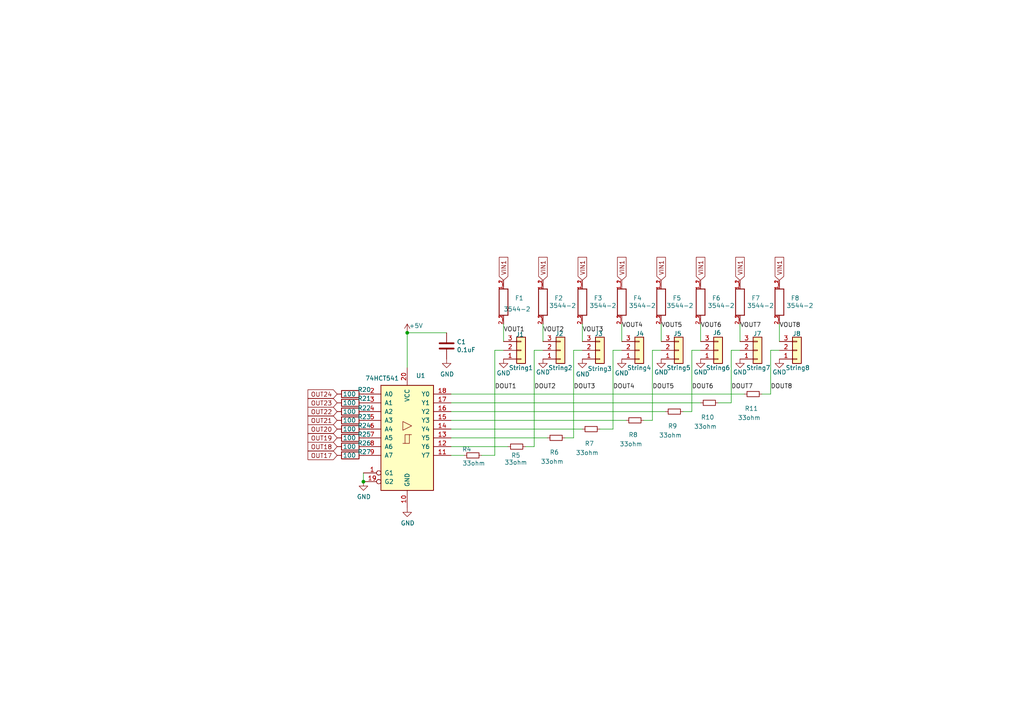
<source format=kicad_sch>
(kicad_sch (version 20250114) (generator "eeschema") (generator_version "9.0")
  (paper "A4")
  (title_block (title "16 Expansion SMD") (date "2026-01-15") (rev "v5") (company "Scott Hanson"))
  (lib_symbols
    (symbol "74xx:74HCT541" (pin_names (offset 1.016))
      (property "Reference" "U" (at -7.62 16.51 0))
      (property "Value" "74HCT541" (at -7.62 -16.51 0))
      (symbol "74HCT541_1_0"
        (polyline (pts (xy -1.27 -1.6002) (xy 0.635 -1.6002) (xy 0.635 0.9398) (xy 1.27 0.9398)))
        (polyline (pts (xy -0.635 -1.6002) (xy -0.635 0.9398) (xy 0.635 0.9398)))
        (polyline (pts (xy 1.27 3.4798) (xy -1.27 4.7498) (xy -1.27 2.2098) (xy 1.27 3.4798)) (stroke (width 0.1524)))
        (pin input line (at -12.7 12.7 0) (length 5.08) (name "A0") (number "2"))
        (pin input line (at -12.7 10.16 0) (length 5.08) (name "A1") (number "3"))
        (pin input line (at -12.7 7.62 0) (length 5.08) (name "A2") (number "4"))
        (pin input line (at -12.7 5.08 0) (length 5.08) (name "A3") (number "5"))
        (pin input line (at -12.7 2.54 0) (length 5.08) (name "A4") (number "6"))
        (pin input line (at -12.7 0 0) (length 5.08) (name "A5") (number "7"))
        (pin input line (at -12.7 -2.54 0) (length 5.08) (name "A6") (number "8"))
        (pin input line (at -12.7 -5.08 0) (length 5.08) (name "A7") (number "9"))
        (pin input inverted (at -12.7 -10.16 0) (length 5.08) (name "G1") (number "1"))
        (pin input inverted (at -12.7 -12.7 0) (length 5.08) (name "G2") (number "19"))
        (pin power_in line (at 0 20.32 270) (length 5.08) (name "VCC") (number "20"))
        (pin power_in line (at 0 -20.32 90) (length 5.08) (name "GND") (number "10"))
        (pin tri_state line (at 12.7 12.7 180) (length 5.08) (name "Y0") (number "18"))
        (pin tri_state line (at 12.7 10.16 180) (length 5.08) (name "Y1") (number "17"))
        (pin tri_state line (at 12.7 7.62 180) (length 5.08) (name "Y2") (number "16"))
        (pin tri_state line (at 12.7 5.08 180) (length 5.08) (name "Y3") (number "15"))
        (pin tri_state line (at 12.7 2.54 180) (length 5.08) (name "Y4") (number "14"))
        (pin tri_state line (at 12.7 0 180) (length 5.08) (name "Y5") (number "13"))
        (pin tri_state line (at 12.7 -2.54 180) (length 5.08) (name "Y6") (number "12"))
        (pin tri_state line (at 12.7 -5.08 180) (length 5.08) (name "Y7") (number "11"))
      )
      (symbol "74HCT541_1_1"
        (rectangle (start -7.62 15.24) (end 7.62 -15.24) (stroke (width 0.254)) (fill (type background)))
      )
    )
    (symbol "Connector_Generic:Conn_01x03" (pin_names (offset 1.016) (hide yes))
      (property "Reference" "J" (at 0 5.08 0))
      (property "Value" "Conn_01x03" (at 0 -5.08 0))
      (symbol "Conn_01x03_1_1"
        (rectangle (start -1.27 3.81) (end 1.27 -3.81) (stroke (width 0.254)) (fill (type background)))
        (rectangle (start -1.27 2.667) (end 0 2.413) (stroke (width 0.1524)))
        (rectangle (start -1.27 0.127) (end 0 -0.127) (stroke (width 0.1524)))
        (rectangle (start -1.27 -2.413) (end 0 -2.667) (stroke (width 0.1524)))
        (pin passive line (at -5.08 2.54 0) (length 3.81) (name "Pin_1") (number "1"))
        (pin passive line (at -5.08 0 0) (length 3.81) (name "Pin_2") (number "2"))
        (pin passive line (at -5.08 -2.54 0) (length 3.81) (name "Pin_3") (number "3"))
      )
    )
    (symbol "Device:R" (pin_numbers (hide yes)) (pin_names (offset 0))
      (property "Reference" "R" (at 2.032 0 90))
      (property "Value" "R" (at 0 0 90))
      (symbol "R_0_1"
        (rectangle (start -1.016 -2.54) (end 1.016 2.54) (stroke (width 0.254)))
      )
      (symbol "R_1_1"
        (pin passive line (at 0 3.81 270) (length 1.27) (name "~") (number "1"))
        (pin passive line (at 0 -3.81 90) (length 1.27) (name "~") (number "2"))
      )
    )
    (symbol "Device:R_Small" (pin_numbers (hide yes)) (pin_names (offset 0.254) (hide yes))
      (property "Reference" "R" (at 0.762 0.508 0))
      (property "Value" "R_Small" (at 0.762 -1.016 0))
      (symbol "R_Small_0_1"
        (rectangle (start -0.762 1.778) (end 0.762 -1.778) (stroke (width 0.2032)))
      )
      (symbol "R_Small_1_1"
        (pin passive line (at 0 2.54 270) (length 0.762) (name "~") (number "1"))
        (pin passive line (at 0 -2.54 90) (length 0.762) (name "~") (number "2"))
      )
    )
    (symbol "PB_16-rescue:C-Device" (pin_numbers (hide yes)) (pin_names (offset 0.254))
      (property "Reference" "C" (at 0.635 2.54 0))
      (property "Value" "C-Device" (at 0.635 -2.54 0))
      (symbol "C-Device_0_1"
        (polyline (pts (xy -2.032 0.762) (xy 2.032 0.762)) (stroke (width 0.508)))
        (polyline (pts (xy -2.032 -0.762) (xy 2.032 -0.762)) (stroke (width 0.508)))
      )
      (symbol "C-Device_1_1"
        (pin passive line (at 0 3.81 270) (length 2.794) (name "~") (number "1"))
        (pin passive line (at 0 -3.81 90) (length 2.794) (name "~") (number "2"))
      )
    )
    (symbol "Scotts:3544-2" (pin_names (offset 1.016) (hide yes))
      (property "Reference" "F?" (at -3.81 2.54 0))
      (property "Value" "3544-2" (at -3.81 -2.54 0))
      (symbol "3544-2_0_0"
        (polyline (pts (xy -3.81 1.27) (xy 3.81 1.27)) (stroke (width 0.254)))
        (polyline (pts (xy -3.81 -1.27) (xy -3.81 1.27)) (stroke (width 0.254)))
        (polyline (pts (xy 3.81 1.27) (xy 3.81 -1.27)) (stroke (width 0.254)))
        (polyline (pts (xy 3.81 -1.27) (xy -3.81 -1.27)) (stroke (width 0.254)))
        (text "~" (at 0 0 0) (effects (font (size 1.27 1.27))))
        (pin passive line (at -6.35 0 0) (length 2.54) (name "1") (number "1_1"))
        (pin passive line (at -6.35 0 0) (length 2.54) (name "1") (number "1_2"))
        (pin passive line (at 6.35 0 180) (length 2.54) (name "2") (number "2_1"))
        (pin passive line (at 6.35 0 180) (length 2.54) (name "2") (number "2_2"))
      )
    )
    (symbol "power:+5V" (power) (pin_names (offset 0))
      (property "Value" "+5V" (at 0 3.556 0))
      (symbol "+5V_0_1"
        (polyline (pts (xy -0.762 1.27) (xy 0 2.54)))
        (polyline (pts (xy 0 2.54) (xy 0.762 1.27)))
        (polyline (pts (xy 0 0) (xy 0 2.54)))
      )
      (symbol "+5V_1_1"
        (pin power_in line (at 0 0 90) (length 0) (hide yes) (name "+5V") (number "1"))
      )
    )
    (symbol "power:GND" (power) (pin_names (offset 0))
      (property "Value" "GND" (at 0 -3.81 0))
      (symbol "GND_0_1"
        (polyline (pts (xy 0 0) (xy 0 -1.27) (xy 1.27 -1.27) (xy 0 -2.54) (xy -1.27 -1.27) (xy 0 -1.27)))
      )
      (symbol "GND_1_1"
        (pin power_in line (at 0 0 270) (length 0) (hide yes) (name "GND") (number "1"))
      )
    )
  )
  (junction (at 118.11 96.52))
  (junction (at 105.41 139.7))
  (wire (pts (xy 191.77 101.6) (xy 189.23 101.6)))
  (wire (pts (xy 129.54 96.52) (xy 118.11 96.52)))
  (wire (pts (xy 212.09 116.84) (xy 212.09 101.6)))
  (wire (pts (xy 130.81 116.84) (xy 203.2 116.84)))
  (wire (pts (xy 223.52 101.6) (xy 223.52 114.3)))
  (wire (pts (xy 130.81 121.92) (xy 181.61 121.92)))
  (wire (pts (xy 203.2 93.98) (xy 203.2 99.06)))
  (wire (pts (xy 189.23 121.92) (xy 186.69 121.92)))
  (wire (pts (xy 177.8 124.46) (xy 173.99 124.46)))
  (wire (pts (xy 157.48 99.06) (xy 157.48 93.98)))
  (wire (pts (xy 191.77 99.06) (xy 191.77 93.98)))
  (wire (pts (xy 223.52 101.6) (xy 226.06 101.6)))
  (wire (pts (xy 166.37 101.6) (xy 166.37 127)))
  (wire (pts (xy 200.66 101.6) (xy 200.66 119.38)))
  (wire (pts (xy 130.81 129.54) (xy 147.32 129.54)))
  (wire (pts (xy 168.91 93.98) (xy 168.91 99.06)))
  (wire (pts (xy 134.62 132.08) (xy 130.81 132.08)))
  (wire (pts (xy 143.51 101.6) (xy 146.05 101.6)))
  (wire (pts (xy 177.8 101.6) (xy 177.8 124.46)))
  (wire (pts (xy 130.81 114.3) (xy 215.9 114.3)))
  (wire (pts (xy 189.23 101.6) (xy 189.23 121.92)))
  (wire (pts (xy 143.51 101.6) (xy 143.51 132.08)))
  (wire (pts (xy 198.12 119.38) (xy 200.66 119.38)))
  (wire (pts (xy 130.81 119.38) (xy 193.04 119.38)))
  (wire (pts (xy 157.48 101.6) (xy 154.94 101.6)))
  (wire (pts (xy 152.4 129.54) (xy 154.94 129.54)))
  (wire (pts (xy 180.34 101.6) (xy 177.8 101.6)))
  (wire (pts (xy 166.37 127) (xy 163.83 127)))
  (wire (pts (xy 214.63 93.98) (xy 214.63 99.06)))
  (wire (pts (xy 146.05 93.98) (xy 146.05 99.06)))
  (wire (pts (xy 180.34 99.06) (xy 180.34 93.98)))
  (wire (pts (xy 226.06 99.06) (xy 226.06 93.98)))
  (wire (pts (xy 130.81 127) (xy 158.75 127)))
  (wire (pts (xy 166.37 101.6) (xy 168.91 101.6)))
  (wire (pts (xy 154.94 101.6) (xy 154.94 129.54)))
  (wire (pts (xy 203.2 101.6) (xy 200.66 101.6)))
  (wire (pts (xy 212.09 101.6) (xy 214.63 101.6)))
  (wire (pts (xy 105.41 137.16) (xy 105.41 139.7)))
  (wire (pts (xy 220.98 114.3) (xy 223.52 114.3)))
  (wire (pts (xy 118.11 96.52) (xy 118.11 106.68)))
  (wire (pts (xy 208.28 116.84) (xy 212.09 116.84)))
  (wire (pts (xy 130.81 124.46) (xy 168.91 124.46)))
  (wire (pts (xy 143.51 132.08) (xy 139.7 132.08)))
  (label "DOUT4" (at 177.8 113.03 0))
  (label "DOUT7" (at 212.09 113.03 0))
  (label "VOUT6" (at 203.2 95.25 0))
  (label "VOUT4" (at 180.34 95.25 0))
  (label "DOUT1" (at 143.51 113.03 0))
  (label "DOUT8" (at 223.52 113.03 0))
  (label "VOUT8" (at 226.06 95.25 0))
  (label "DOUT5" (at 189.23 113.03 0))
  (label "VOUT1" (at 146.05 96.52 0))
  (label "DOUT2" (at 154.94 113.03 0))
  (label "VOUT7" (at 214.63 95.25 0))
  (label "DOUT3" (at 166.37 113.03 0))
  (label "DOUT6" (at 200.66 113.03 0))
  (label "VOUT5" (at 191.77 95.25 0))
  (label "VOUT3" (at 168.91 96.52 0))
  (label "VOUT2" (at 157.48 96.52 0))
  (global_label "OUT22" (shape input) (at 97.79 119.38 180) (property "Intersheetrefs" "${INTERSHEET_REFS}" (effects (hide yes))))
  (global_label "VIN1" (shape input) (at 191.77 81.28 90) (property "Intersheetrefs" "${INTERSHEET_REFS}" (effects (hide yes))))
  (global_label "VIN1" (shape input) (at 203.2 81.28 90) (property "Intersheetrefs" "${INTERSHEET_REFS}" (effects (hide yes))))
  (global_label "VIN1" (shape input) (at 214.63 81.28 90) (property "Intersheetrefs" "${INTERSHEET_REFS}" (effects (hide yes))))
  (global_label "OUT18" (shape input) (at 97.79 129.54 180) (property "Intersheetrefs" "${INTERSHEET_REFS}" (effects (hide yes))))
  (global_label "VIN1" (shape input) (at 226.06 81.28 90) (property "Intersheetrefs" "${INTERSHEET_REFS}" (effects (hide yes))))
  (global_label "VIN1" (shape input) (at 168.91 81.28 90) (property "Intersheetrefs" "${INTERSHEET_REFS}" (effects (hide yes))))
  (global_label "VIN1" (shape input) (at 157.48 81.28 90) (property "Intersheetrefs" "${INTERSHEET_REFS}" (effects (hide yes))))
  (global_label "OUT20" (shape input) (at 97.79 124.46 180) (property "Intersheetrefs" "${INTERSHEET_REFS}" (effects (hide yes))))
  (global_label "VIN1" (shape input) (at 146.05 81.28 90) (property "Intersheetrefs" "${INTERSHEET_REFS}" (effects (hide yes))))
  (global_label "OUT24" (shape input) (at 97.79 114.3 180) (property "Intersheetrefs" "${INTERSHEET_REFS}" (effects (hide yes))))
  (global_label "OUT23" (shape input) (at 97.79 116.84 180) (property "Intersheetrefs" "${INTERSHEET_REFS}" (effects (hide yes))))
  (global_label "VIN1" (shape input) (at 180.34 81.28 90) (property "Intersheetrefs" "${INTERSHEET_REFS}" (effects (hide yes))))
  (global_label "OUT17" (shape input) (at 97.79 132.08 180) (property "Intersheetrefs" "${INTERSHEET_REFS}" (effects (hide yes))))
  (global_label "OUT21" (shape input) (at 97.79 121.92 180) (property "Intersheetrefs" "${INTERSHEET_REFS}" (effects (hide yes))))
  (global_label "OUT19" (shape input) (at 97.79 127 180) (property "Intersheetrefs" "${INTERSHEET_REFS}" (effects (hide yes))))
  (symbol (lib_id "Connector_Generic:Conn_01x03") (at 151.13 101.6 0) (mirror x) (unit 1)
    (property "Reference" "J1" (at 149.606 97.028 0) (effects (justify left)))
    (property "Value" "String1" (at 147.574 106.68 0) (effects (justify left)))
    (property "Footprint" "Scotts:PhoenixContact_MCV_3.81mm_3.5mm_1x03_Vertical" (effects (hide yes)))
    (property "Digi-Key_PN" "277-5737-ND/ED10555-ND" (effects (hide yes)))
    (property "MPN" "1843619/OSTTJ0311530" (effects (hide yes)))
    (property "LCSC" "C192778" (effects (hide yes)))
  )
  (symbol (lib_id "Connector_Generic:Conn_01x03") (at 162.56 101.6 0) (mirror x) (unit 1)
    (property "Reference" "J2" (at 161.036 96.774 0) (effects (justify left)))
    (property "Value" "String2" (at 159.004 106.68 0) (effects (justify left)))
    (property "Footprint" "Scotts:PhoenixContact_MCV_3.81mm_3.5mm_1x03_Vertical" (effects (hide yes)))
    (property "Digi-Key_PN" "277-5737-ND/ED10555-ND" (effects (hide yes)))
    (property "MPN" "1843619/OSTTJ0311530" (effects (hide yes)))
    (property "LCSC" "C192778" (effects (hide yes)))
  )
  (symbol (lib_id "Connector_Generic:Conn_01x03") (at 173.99 101.6 0) (mirror x) (unit 1)
    (property "Reference" "J3" (at 172.466 96.774 0) (effects (justify left)))
    (property "Value" "String3" (at 170.434 106.934 0) (effects (justify left)))
    (property "Footprint" "Scotts:PhoenixContact_MCV_3.81mm_3.5mm_1x03_Vertical" (effects (hide yes)))
    (property "Digi-Key_PN" "277-5737-ND/ED10555-ND" (effects (hide yes)))
    (property "MPN" "1843619/OSTTJ0311530" (effects (hide yes)))
    (property "LCSC" "C192778" (effects (hide yes)))
  )
  (symbol (lib_id "Connector_Generic:Conn_01x03") (at 185.42 101.6 0) (mirror x) (unit 1)
    (property "Reference" "J4" (at 184.404 96.774 0) (effects (justify left)))
    (property "Value" "String4" (at 181.864 106.68 0) (effects (justify left)))
    (property "Footprint" "Scotts:PhoenixContact_MCV_3.81mm_3.5mm_1x03_Vertical" (effects (hide yes)))
    (property "Digi-Key_PN" "277-5737-ND/ED10555-ND" (effects (hide yes)))
    (property "MPN" "1843619/OSTTJ0311530" (effects (hide yes)))
    (property "LCSC" "C192778" (effects (hide yes)))
  )
  (symbol (lib_id "Connector_Generic:Conn_01x03") (at 196.85 101.6 0) (mirror x) (unit 1)
    (property "Reference" "J5" (at 195.326 96.774 0) (effects (justify left)))
    (property "Value" "String5" (at 193.294 106.68 0) (effects (justify left)))
    (property "Footprint" "Scotts:PhoenixContact_MCV_3.81mm_3.5mm_1x03_Vertical" (effects (hide yes)))
    (property "Digi-Key_PN" "277-5737-ND/ED10555-ND" (effects (hide yes)))
    (property "MPN" "1843619/OSTTJ0311530" (effects (hide yes)))
    (property "LCSC" "C192778" (effects (hide yes)))
  )
  (symbol (lib_id "Connector_Generic:Conn_01x03") (at 208.28 101.6 0) (mirror x) (unit 1)
    (property "Reference" "J6" (at 206.756 96.52 0) (effects (justify left)))
    (property "Value" "String6" (at 204.724 106.68 0) (effects (justify left)))
    (property "Footprint" "Scotts:PhoenixContact_MCV_3.81mm_3.5mm_1x03_Vertical" (effects (hide yes)))
    (property "Digi-Key_PN" "277-5737-ND/ED10555-ND" (effects (hide yes)))
    (property "MPN" "1843619/OSTTJ0311530" (effects (hide yes)))
    (property "LCSC" "C192778" (effects (hide yes)))
  )
  (symbol (lib_id "Connector_Generic:Conn_01x03") (at 219.71 101.6 0) (mirror x) (unit 1)
    (property "Reference" "J7" (at 218.44 96.774 0) (effects (justify left)))
    (property "Value" "String7" (at 216.408 106.68 0) (effects (justify left)))
    (property "Footprint" "Scotts:PhoenixContact_MCV_3.81mm_3.5mm_1x03_Vertical" (effects (hide yes)))
    (property "Digi-Key_PN" "277-5737-ND/ED10555-ND" (effects (hide yes)))
    (property "MPN" "1843619/OSTTJ0311530" (effects (hide yes)))
    (property "LCSC" "C192778" (effects (hide yes)))
  )
  (symbol (lib_id "Connector_Generic:Conn_01x03") (at 231.14 101.6 0) (mirror x) (unit 1)
    (property "Reference" "J8" (at 229.87 96.774 0) (effects (justify left)))
    (property "Value" "String8" (at 227.838 106.68 0) (effects (justify left)))
    (property "Footprint" "Scotts:PhoenixContact_MCV_3.81mm_3.5mm_1x03_Vertical" (effects (hide yes)))
    (property "Digi-Key_PN" "277-5737-ND/ED10555-ND" (effects (hide yes)))
    (property "MPN" "1843619/OSTTJ0311530" (effects (hide yes)))
    (property "LCSC" "C192778" (effects (hide yes)))
  )
  (symbol (lib_id "power:GND") (at 146.05 104.14 0) (unit 1)
    (property "Reference" "#PWR012" (effects (hide yes)))
    (property "Value" "GND" (at 146.05 108.204 0))
  )
  (symbol (lib_id "power:GND") (at 157.48 104.14 0) (unit 1)
    (property "Reference" "#PWR013" (effects (hide yes)))
    (property "Value" "GND" (at 157.48 107.95 0))
  )
  (symbol (lib_id "power:GND") (at 168.91 104.14 0) (unit 1)
    (property "Reference" "#PWR014" (effects (hide yes)))
    (property "Value" "GND" (at 169.037 108.5342 0))
  )
  (symbol (lib_id "power:GND") (at 180.34 104.14 0) (unit 1)
    (property "Reference" "#PWR015" (effects (hide yes)))
    (property "Value" "GND" (at 180.34 108.204 0))
  )
  (symbol (lib_id "power:GND") (at 191.77 104.14 0) (unit 1)
    (property "Reference" "#PWR016" (effects (hide yes)))
    (property "Value" "GND" (at 191.77 107.95 0))
  )
  (symbol (lib_id "power:GND") (at 203.2 104.14 0) (unit 1)
    (property "Reference" "#PWR017" (effects (hide yes)))
    (property "Value" "GND" (at 203.2 107.95 0))
  )
  (symbol (lib_id "power:GND") (at 214.63 104.14 0) (unit 1)
    (property "Reference" "#PWR018" (effects (hide yes)))
    (property "Value" "GND" (at 214.63 107.95 0))
  )
  (symbol (lib_id "power:GND") (at 226.06 104.14 0) (unit 1)
    (property "Reference" "#PWR019" (effects (hide yes)))
    (property "Value" "GND" (at 226.06 107.95 0))
  )
  (symbol (lib_id "Scotts:3544-2") (at 157.48 87.63 270) (unit 1)
    (property "Reference" "F2" (at 160.782 86.4616 90) (effects (justify left)))
    (property "Value" "3544-2" (at 159.258 88.646 90) (effects (justify left)))
    (property "Footprint" "Scotts:FUSE_3544-2" (effects (hide yes)))
    (property "Field4" "3544-2" (effects (hide yes)))
    (property "Field5" "None" (effects (hide yes)))
    (property "Field6" "Unavailable" (effects (hide yes)))
    (property "Field7" "Fuse Clip; 500 VAC; 30 A; PCB; For 0.110 in. x 0.032 in. mini blade fuses" (effects (hide yes)))
    (property "Field8" "Keystone Electronics" (effects (hide yes)))
    (property "Digi-Key_PN" "36-3544-2-ND" (effects (hide yes)))
    (property "MPN" "3544-2" (effects (hide yes)))
    (property "LCSC" "C492610" (effects (hide yes)))
  )
  (symbol (lib_id "Scotts:3544-2") (at 168.91 87.63 270) (unit 1)
    (property "Reference" "F3" (at 172.212 86.4616 90) (effects (justify left)))
    (property "Value" "3544-2" (at 170.942 88.646 90) (effects (justify left)))
    (property "Footprint" "Scotts:FUSE_3544-2" (effects (hide yes)))
    (property "Field4" "3544-2" (effects (hide yes)))
    (property "Field5" "None" (effects (hide yes)))
    (property "Field6" "Unavailable" (effects (hide yes)))
    (property "Field7" "Fuse Clip; 500 VAC; 30 A; PCB; For 0.110 in. x 0.032 in. mini blade fuses" (effects (hide yes)))
    (property "Field8" "Keystone Electronics" (effects (hide yes)))
    (property "Digi-Key_PN" "36-3544-2-ND" (effects (hide yes)))
    (property "MPN" "3544-2" (effects (hide yes)))
    (property "LCSC" "C492610" (effects (hide yes)))
  )
  (symbol (lib_id "Scotts:3544-2") (at 180.34 87.63 270) (unit 1)
    (property "Reference" "F4" (at 183.642 86.4616 90) (effects (justify left)))
    (property "Value" "3544-2" (at 182.372 88.646 90) (effects (justify left)))
    (property "Footprint" "Scotts:FUSE_3544-2" (effects (hide yes)))
    (property "Field4" "3544-2" (effects (hide yes)))
    (property "Field5" "None" (effects (hide yes)))
    (property "Field6" "Unavailable" (effects (hide yes)))
    (property "Field7" "Fuse Clip; 500 VAC; 30 A; PCB; For 0.110 in. x 0.032 in. mini blade fuses" (effects (hide yes)))
    (property "Field8" "Keystone Electronics" (effects (hide yes)))
    (property "Digi-Key_PN" "36-3544-2-ND" (effects (hide yes)))
    (property "MPN" "3544-2" (effects (hide yes)))
    (property "LCSC" "C492610" (effects (hide yes)))
  )
  (symbol (lib_id "Scotts:3544-2") (at 191.77 87.63 270) (unit 1)
    (property "Reference" "F5" (at 195.072 86.4616 90) (effects (justify left)))
    (property "Value" "3544-2" (at 193.294 88.646 90) (effects (justify left)))
    (property "Footprint" "Scotts:FUSE_3544-2" (effects (hide yes)))
    (property "Field4" "3544-2" (effects (hide yes)))
    (property "Field5" "None" (effects (hide yes)))
    (property "Field6" "Unavailable" (effects (hide yes)))
    (property "Field7" "Fuse Clip; 500 VAC; 30 A; PCB; For 0.110 in. x 0.032 in. mini blade fuses" (effects (hide yes)))
    (property "Field8" "Keystone Electronics" (effects (hide yes)))
    (property "Digi-Key_PN" "36-3544-2-ND" (effects (hide yes)))
    (property "MPN" "3544-2" (effects (hide yes)))
    (property "LCSC" "C492610" (effects (hide yes)))
  )
  (symbol (lib_id "Scotts:3544-2") (at 203.2 87.63 270) (unit 1)
    (property "Reference" "F6" (at 206.502 86.4616 90) (effects (justify left)))
    (property "Value" "3544-2" (at 205.232 88.646 90) (effects (justify left)))
    (property "Footprint" "Scotts:FUSE_3544-2" (effects (hide yes)))
    (property "Field4" "3544-2" (effects (hide yes)))
    (property "Field5" "None" (effects (hide yes)))
    (property "Field6" "Unavailable" (effects (hide yes)))
    (property "Field7" "Fuse Clip; 500 VAC; 30 A; PCB; For 0.110 in. x 0.032 in. mini blade fuses" (effects (hide yes)))
    (property "Field8" "Keystone Electronics" (effects (hide yes)))
    (property "Digi-Key_PN" "36-3544-2-ND" (effects (hide yes)))
    (property "MPN" "3544-2" (effects (hide yes)))
    (property "LCSC" "C492610" (effects (hide yes)))
  )
  (symbol (lib_id "Scotts:3544-2") (at 214.63 87.63 270) (unit 1)
    (property "Reference" "F7" (at 217.932 86.4616 90) (effects (justify left)))
    (property "Value" "3544-2" (at 216.662 88.646 90) (effects (justify left)))
    (property "Footprint" "Scotts:FUSE_3544-2" (effects (hide yes)))
    (property "Field4" "3544-2" (effects (hide yes)))
    (property "Field5" "None" (effects (hide yes)))
    (property "Field6" "Unavailable" (effects (hide yes)))
    (property "Field7" "Fuse Clip; 500 VAC; 30 A; PCB; For 0.110 in. x 0.032 in. mini blade fuses" (effects (hide yes)))
    (property "Field8" "Keystone Electronics" (effects (hide yes)))
    (property "Digi-Key_PN" "36-3544-2-ND" (effects (hide yes)))
    (property "MPN" "3544-2" (effects (hide yes)))
    (property "LCSC" "C492610" (effects (hide yes)))
  )
  (symbol (lib_id "Scotts:3544-2") (at 226.06 87.63 270) (unit 1)
    (property "Reference" "F8" (at 229.362 86.4616 90) (effects (justify left)))
    (property "Value" "3544-2" (at 228.092 88.646 90) (effects (justify left)))
    (property "Footprint" "Scotts:FUSE_3544-2" (effects (hide yes)))
    (property "Field4" "3544-2" (effects (hide yes)))
    (property "Field5" "None" (effects (hide yes)))
    (property "Field6" "Unavailable" (effects (hide yes)))
    (property "Field7" "Fuse Clip; 500 VAC; 30 A; PCB; For 0.110 in. x 0.032 in. mini blade fuses" (effects (hide yes)))
    (property "Field8" "Keystone Electronics" (effects (hide yes)))
    (property "Digi-Key_PN" "36-3544-2-ND" (effects (hide yes)))
    (property "MPN" "3544-2" (effects (hide yes)))
    (property "LCSC" "C492610" (effects (hide yes)))
  )
  (symbol (lib_id "power:GND") (at 118.11 147.32 0) (unit 1)
    (property "Reference" "#PWR011" (effects (hide yes)))
    (property "Value" "GND" (at 118.237 151.7142 0))
  )
  (symbol (lib_id "power:GND") (at 105.41 139.7 0) (unit 1)
    (property "Reference" "#PWR09" (effects (hide yes)))
    (property "Value" "GND" (at 105.537 144.0942 0))
  )
  (symbol (lib_id "PB_16-rescue:C-Device") (at 129.54 100.33 0) (unit 1)
    (property "Reference" "C1" (at 132.461 99.1616 0) (effects (justify left)))
    (property "Value" "0.1uF" (at 132.461 101.473 0) (effects (justify left)))
    (property "Footprint" "Capacitor_SMD:C_0402_1005Metric" (effects (hide yes)))
    (property "Digi-Key_PN" "478-1395-1-ND" (effects (hide yes)))
    (property "MPN" "08055C104KAT2A" (effects (hide yes)))
    (property "LCSC" "C1525" (effects (hide yes)))
  )
  (symbol (lib_id "power:+5V") (at 118.11 96.52 0) (unit 1)
    (property "Reference" "#PWR010" (effects (hide yes)))
    (property "Value" "+5V" (at 120.65 94.488 0))
  )
  (symbol (lib_id "Scotts:3544-2") (at 146.05 87.63 270) (unit 1)
    (property "Reference" "F1" (at 149.352 86.4616 90) (effects (justify left)))
    (property "Value" "3544-2" (at 146.05 89.662 90) (effects (justify left)))
    (property "Footprint" "Scotts:FUSE_3544-2" (effects (hide yes)))
    (property "Field4" "3544-2" (effects (hide yes)))
    (property "Field5" "None" (effects (hide yes)))
    (property "Field6" "Unavailable" (effects (hide yes)))
    (property "Field7" "Fuse Clip; 500 VAC; 30 A; PCB; For 0.110 in. x 0.032 in. mini blade fuses" (effects (hide yes)))
    (property "Field8" "Keystone Electronics" (effects (hide yes)))
    (property "Digi-Key_PN" "36-3544-2-ND" (effects (hide yes)))
    (property "MPN" "3544-2" (effects (hide yes)))
    (property "LCSC" "C492610" (effects (hide yes)))
  )
  (symbol (lib_id "Device:R_Small") (at 171.45 124.46 270) (unit 1)
    (property "Reference" "R7" (at 170.942 128.651 90))
    (property "Value" "33ohm" (at 170.307 131.318 90))
    (property "Footprint" "Resistor_SMD:R_0603_1608Metric" (effects (hide yes)))
    (property "LCSC_PN" "C23140" (effects (hide yes)))
    (property "Digi-Key_PN" "311-33GRCT-ND" (effects (hide yes)))
    (property "MPN" "RC0603JR-0733RL" (effects (hide yes)))
  )
  (symbol (lib_id "power:GND") (at 129.54 104.14 0) (unit 1)
    (property "Reference" "#PWR0102" (effects (hide yes)))
    (property "Value" "GND" (at 129.667 108.5342 0))
  )
  (symbol (lib_id "Device:R") (at 101.6 129.54 90) (unit 1)
    (property "Reference" "R26" (at 105.664 128.524 90))
    (property "Value" "100" (at 101.346 129.54 90))
    (property "Footprint" "Resistor_SMD:R_0603_1608Metric" (effects (hide yes)))
  )
  (symbol (lib_id "Device:R_Small") (at 195.58 119.38 270) (unit 1)
    (property "Reference" "R9" (at 195.072 123.571 90))
    (property "Value" "33ohm" (at 194.437 126.238 90))
    (property "Footprint" "Resistor_SMD:R_0603_1608Metric" (effects (hide yes)))
    (property "LCSC_PN" "C23140" (effects (hide yes)))
    (property "Digi-Key_PN" "311-33GRCT-ND" (effects (hide yes)))
    (property "MPN" "RC0603JR-0733RL" (effects (hide yes)))
  )
  (symbol (lib_id "Device:R") (at 101.6 119.38 90) (unit 1)
    (property "Reference" "R22" (at 105.664 118.364 90))
    (property "Value" "100" (at 101.346 119.38 90))
    (property "Footprint" "Resistor_SMD:R_0603_1608Metric" (effects (hide yes)))
  )
  (symbol (lib_id "Device:R_Small") (at 161.29 127 270) (unit 1)
    (property "Reference" "R6" (at 160.782 131.191 90))
    (property "Value" "33ohm" (at 160.147 133.858 90))
    (property "Footprint" "Resistor_SMD:R_0603_1608Metric" (effects (hide yes)))
    (property "LCSC_PN" "C23140" (effects (hide yes)))
    (property "Digi-Key_PN" "311-33GRCT-ND" (effects (hide yes)))
    (property "MPN" "RC0603JR-0733RL" (effects (hide yes)))
  )
  (symbol (lib_id "74xx:74HCT541") (at 118.11 127 0) (unit 1)
    (property "Reference" "U1" (at 120.65 108.966 0) (effects (justify left)))
    (property "Value" "74HCT541" (at 105.918 109.728 0) (effects (justify left)))
    (property "Footprint" "Package_SO:TSSOP-20_4.4x6.5mm_P0.65mm" (effects (hide yes)))
    (property "Datasheet" "http://www.ti.com/lit/gpn/sn74HCT541" (effects (hide yes)))
    (property "Description" "8-bit Buffer/Line Driver 3-state outputs" (effects (hide yes)))
    (property "LCSC" "C131314" (effects (hide yes)))
  )
  (symbol (lib_id "Device:R_Small") (at 137.16 132.08 270) (unit 1)
    (property "Reference" "R4" (at 135.382 130.302 90))
    (property "Value" "33ohm" (at 137.414 134.366 90))
    (property "Footprint" "Resistor_SMD:R_0603_1608Metric" (effects (hide yes)))
    (property "LCSC_PN" "C23140" (effects (hide yes)))
    (property "Digi-Key_PN" "311-33GRCT-ND" (effects (hide yes)))
    (property "MPN" "RC0603JR-0733RL" (effects (hide yes)))
  )
  (symbol (lib_id "Device:R_Small") (at 218.44 114.3 270) (unit 1)
    (property "Reference" "R11" (at 217.932 118.491 90))
    (property "Value" "33ohm" (at 217.297 121.158 90))
    (property "Footprint" "Resistor_SMD:R_0603_1608Metric" (effects (hide yes)))
    (property "LCSC_PN" "C23140" (effects (hide yes)))
    (property "Digi-Key_PN" "311-33GRCT-ND" (effects (hide yes)))
    (property "MPN" "RC0603JR-0733RL" (effects (hide yes)))
  )
  (symbol (lib_id "Device:R_Small") (at 149.86 129.54 270) (unit 1)
    (property "Reference" "R5" (at 149.606 132.08 90))
    (property "Value" "33ohm" (at 149.606 134.112 90))
    (property "Footprint" "Resistor_SMD:R_0603_1608Metric" (effects (hide yes)))
    (property "LCSC_PN" "C23140" (effects (hide yes)))
    (property "Digi-Key_PN" "311-33GRCT-ND" (effects (hide yes)))
    (property "MPN" "RC0603JR-0733RL" (effects (hide yes)))
  )
  (symbol (lib_id "Device:R") (at 101.6 114.3 90) (unit 1)
    (property "Reference" "R20" (at 105.664 113.03 90))
    (property "Value" "100" (at 101.346 114.3 90))
    (property "Footprint" "Resistor_SMD:R_0603_1608Metric" (effects (hide yes)))
  )
  (symbol (lib_id "Device:R_Small") (at 184.15 121.92 270) (unit 1)
    (property "Reference" "R8" (at 183.642 126.111 90))
    (property "Value" "33ohm" (at 183.007 128.778 90))
    (property "Footprint" "Resistor_SMD:R_0603_1608Metric" (effects (hide yes)))
    (property "LCSC_PN" "C23140" (effects (hide yes)))
    (property "Digi-Key_PN" "311-33GRCT-ND" (effects (hide yes)))
    (property "MPN" "RC0603JR-0733RL" (effects (hide yes)))
  )
  (symbol (lib_id "Device:R") (at 101.6 116.84 90) (unit 1)
    (property "Reference" "R21" (at 105.664 115.57 90))
    (property "Value" "100" (at 101.346 116.84 90))
    (property "Footprint" "Resistor_SMD:R_0603_1608Metric" (effects (hide yes)))
  )
  (symbol (lib_id "Device:R") (at 101.6 121.92 90) (unit 1)
    (property "Reference" "R23" (at 105.664 120.904 90))
    (property "Value" "100" (at 101.346 121.92 90))
    (property "Footprint" "Resistor_SMD:R_0603_1608Metric" (effects (hide yes)))
  )
  (symbol (lib_id "Device:R") (at 101.6 124.46 90) (unit 1)
    (property "Reference" "R24" (at 105.664 123.444 90))
    (property "Value" "100" (at 101.346 124.46 90))
    (property "Footprint" "Resistor_SMD:R_0603_1608Metric" (effects (hide yes)))
  )
  (symbol (lib_id "Device:R_Small") (at 205.74 116.84 270) (unit 1)
    (property "Reference" "R10" (at 205.232 121.031 90))
    (property "Value" "33ohm" (at 204.597 123.698 90))
    (property "Footprint" "Resistor_SMD:R_0603_1608Metric" (effects (hide yes)))
    (property "LCSC_PN" "C23140" (effects (hide yes)))
    (property "Digi-Key_PN" "311-33GRCT-ND" (effects (hide yes)))
    (property "MPN" "RC0603JR-0733RL" (effects (hide yes)))
  )
  (symbol (lib_id "Device:R") (at 101.6 132.08 90) (unit 1)
    (property "Reference" "R27" (at 105.664 131.064 90))
    (property "Value" "100" (at 101.346 132.08 90))
    (property "Footprint" "Resistor_SMD:R_0603_1608Metric" (effects (hide yes)))
  )
  (symbol (lib_id "Device:R") (at 101.6 127 90) (unit 1)
    (property "Reference" "R25" (at 105.664 125.984 90))
    (property "Value" "100" (at 101.346 127 90))
    (property "Footprint" "Resistor_SMD:R_0603_1608Metric" (effects (hide yes)))
  )
)
</source>
